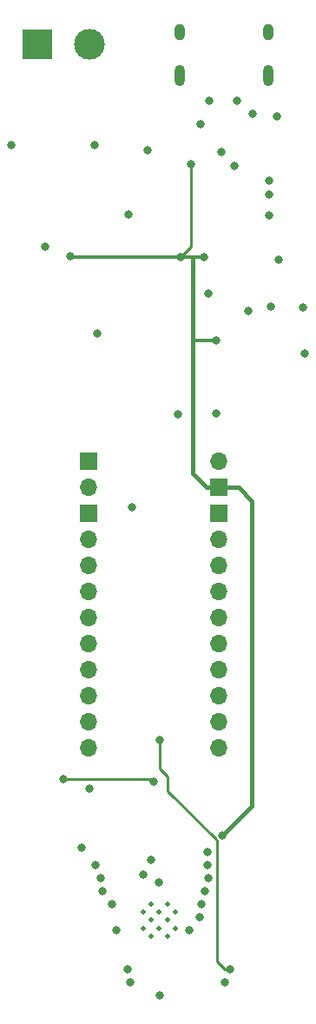
<source format=gbr>
%TF.GenerationSoftware,KiCad,Pcbnew,(6.0.11-0)*%
%TF.CreationDate,2023-11-09T08:58:10+01:00*%
%TF.ProjectId,ZESP32,5a455350-3332-42e6-9b69-6361645f7063,rev?*%
%TF.SameCoordinates,Original*%
%TF.FileFunction,Copper,L2,Inr*%
%TF.FilePolarity,Positive*%
%FSLAX46Y46*%
G04 Gerber Fmt 4.6, Leading zero omitted, Abs format (unit mm)*
G04 Created by KiCad (PCBNEW (6.0.11-0)) date 2023-11-09 08:58:10*
%MOMM*%
%LPD*%
G01*
G04 APERTURE LIST*
%TA.AperFunction,ComponentPad*%
%ADD10R,1.700000X1.700000*%
%TD*%
%TA.AperFunction,ComponentPad*%
%ADD11O,1.700000X1.700000*%
%TD*%
%TA.AperFunction,HeatsinkPad*%
%ADD12C,0.475000*%
%TD*%
%TA.AperFunction,ComponentPad*%
%ADD13O,1.000000X1.600000*%
%TD*%
%TA.AperFunction,ComponentPad*%
%ADD14O,1.000000X2.100000*%
%TD*%
%TA.AperFunction,ComponentPad*%
%ADD15R,3.000000X3.000000*%
%TD*%
%TA.AperFunction,ComponentPad*%
%ADD16C,3.000000*%
%TD*%
%TA.AperFunction,ViaPad*%
%ADD17C,0.800000*%
%TD*%
%TA.AperFunction,Conductor*%
%ADD18C,0.254000*%
%TD*%
%TA.AperFunction,Conductor*%
%ADD19C,0.406400*%
%TD*%
%TA.AperFunction,Conductor*%
%ADD20C,0.355600*%
%TD*%
G04 APERTURE END LIST*
D10*
%TO.N,EXT_5V*%
%TO.C,J8*%
X91440000Y-88900000D03*
D11*
%TO.N,GND*%
X91440000Y-91440000D03*
%TD*%
D10*
%TO.N,D23*%
%TO.C,J3*%
X91440000Y-93980000D03*
D11*
%TO.N,D22*%
X91440000Y-96520000D03*
%TO.N,D21*%
X91440000Y-99060000D03*
%TO.N,D19*%
X91440000Y-101600000D03*
%TO.N,D18*%
X91440000Y-104140000D03*
%TO.N,D5*%
X91440000Y-106680000D03*
%TO.N,D17*%
X91440000Y-109220000D03*
%TO.N,D16*%
X91440000Y-111760000D03*
%TO.N,D4*%
X91440000Y-114300000D03*
%TO.N,D15*%
X91440000Y-116840000D03*
%TD*%
D12*
%TO.N,GND*%
%TO.C,U4*%
X98343000Y-132862500D03*
X99105500Y-135150000D03*
X97580500Y-133625000D03*
X99105500Y-132100000D03*
X97580500Y-135150000D03*
X96818000Y-134387500D03*
X99105500Y-133625000D03*
X97580500Y-132100000D03*
X98343000Y-134387500D03*
X99868000Y-132862500D03*
X99868000Y-134387500D03*
X96818000Y-132862500D03*
%TD*%
D10*
%TO.N,+3V3*%
%TO.C,J7*%
X104140000Y-91440000D03*
D11*
%TO.N,GND*%
X104140000Y-88900000D03*
%TD*%
D13*
%TO.N,GND*%
%TO.C,J2*%
X100328000Y-47083000D03*
D14*
X108968000Y-51263000D03*
X100328000Y-51263000D03*
D13*
X108968000Y-47083000D03*
%TD*%
D15*
%TO.N,GND*%
%TO.C,J1*%
X86482000Y-48239600D03*
D16*
%TO.N,Net-(D1-Pad2)*%
X91562000Y-48239600D03*
%TD*%
D10*
%TO.N,D34*%
%TO.C,J4*%
X104140000Y-93980000D03*
D11*
%TO.N,D35*%
X104140000Y-96520000D03*
%TO.N,D32*%
X104140000Y-99060000D03*
%TO.N,D33*%
X104140000Y-101600000D03*
%TO.N,D25*%
X104140000Y-104140000D03*
%TO.N,D26*%
X104140000Y-106680000D03*
%TO.N,D27*%
X104140000Y-109220000D03*
%TO.N,D14*%
X104140000Y-111760000D03*
%TO.N,D12*%
X104140000Y-114300000D03*
%TO.N,D13*%
X104140000Y-116840000D03*
%TD*%
D17*
%TO.N,GND*%
X98353800Y-140965000D03*
X92019200Y-58094800D03*
X97230100Y-58598900D03*
X112522000Y-78359000D03*
X103124000Y-72517000D03*
X92331600Y-76451400D03*
X102362000Y-56007000D03*
X83942000Y-58094800D03*
X105664000Y-60071000D03*
X98343000Y-129901400D03*
X95651000Y-93325000D03*
X95351600Y-64871600D03*
%TO.N,IO0*%
X107000000Y-74250000D03*
X97790000Y-120142000D03*
X109804200Y-55295800D03*
X89027000Y-119888000D03*
%TO.N,ENA*%
X100203000Y-84328000D03*
X105247500Y-138430000D03*
X103886000Y-84201000D03*
X98384300Y-116078000D03*
%TO.N,EXT_5V*%
X87249000Y-67945000D03*
%TO.N,+3V3*%
X101452000Y-59888800D03*
X89631600Y-68864400D03*
X104775000Y-139700000D03*
X100457000Y-68961000D03*
X104521000Y-125349000D03*
X102743000Y-68961000D03*
X103886000Y-77089000D03*
%TO.N,Net-(J2-PadA7)*%
X103251000Y-53721000D03*
X105892600Y-53721000D03*
%TO.N,D5*%
X92659200Y-129489200D03*
%TO.N,D19*%
X93726000Y-132080000D03*
%TO.N,D18*%
X92760800Y-130810000D03*
%TO.N,D17*%
X92151200Y-128270000D03*
%TO.N,D16*%
X90779600Y-126542800D03*
%TO.N,D15*%
X91567000Y-120777000D03*
%TO.N,D26*%
X103073200Y-128270000D03*
%TO.N,D25*%
X103124000Y-129540000D03*
%TO.N,D23*%
X95504000Y-139649200D03*
%TO.N,D22*%
X95234700Y-138430000D03*
%TO.N,D21*%
X94183200Y-134569200D03*
%TO.N,D34*%
X101249400Y-134615000D03*
%TO.N,D35*%
X102311200Y-133350000D03*
%TO.N,D32*%
X102463600Y-132080000D03*
%TO.N,D33*%
X102768400Y-130810000D03*
%TO.N,D27*%
X103022400Y-127000000D03*
%TO.N,Net-(JP1-Pad1)*%
X109088000Y-61549200D03*
X109951600Y-69220000D03*
%TO.N,RXD0*%
X112390000Y-73893600D03*
X97536000Y-127762000D03*
%TO.N,Net-(JP2-Pad1)*%
X109088000Y-64902000D03*
X109088000Y-62920800D03*
%TO.N,TXD0*%
X109240400Y-73842800D03*
X96774000Y-129159000D03*
%TO.N,D-*%
X107447100Y-55012000D03*
X104363600Y-58720400D03*
%TD*%
D18*
%TO.N,IO0*%
X97536000Y-119888000D02*
X89662000Y-119888000D01*
X97790000Y-120142000D02*
X97536000Y-119888000D01*
X89662000Y-119888000D02*
X89027000Y-119888000D01*
%TO.N,ENA*%
X104775000Y-138430000D02*
X105247500Y-138430000D01*
X103886000Y-125742134D02*
X104013000Y-125869134D01*
X99187000Y-119634000D02*
X99187000Y-121043134D01*
X104013000Y-137668000D02*
X104775000Y-138430000D01*
X98384300Y-118831300D02*
X99187000Y-119634000D01*
X99187000Y-121043134D02*
X103886000Y-125742134D01*
X98384300Y-116078000D02*
X98384300Y-118577300D01*
X104013000Y-125869134D02*
X104013000Y-137668000D01*
X98384300Y-118577300D02*
X98384300Y-118831300D01*
%TO.N,+3V3*%
X101452000Y-67966000D02*
X100457000Y-68961000D01*
D19*
X101600000Y-76962000D02*
X101600000Y-68961000D01*
D20*
X103886000Y-77089000D02*
X101727000Y-77089000D01*
D19*
X104140000Y-91440000D02*
X106070400Y-91440000D01*
D20*
X100457000Y-68961000D02*
X101600000Y-68961000D01*
X89631600Y-68864400D02*
X89728200Y-68961000D01*
D19*
X102997000Y-91440000D02*
X101600000Y-90043000D01*
X107391200Y-122478800D02*
X104521000Y-125349000D01*
X101600000Y-90043000D02*
X101600000Y-76962000D01*
X107391200Y-92760800D02*
X107391200Y-122478800D01*
X104140000Y-91440000D02*
X102997000Y-91440000D01*
D18*
X101452000Y-59888800D02*
X101452000Y-67966000D01*
D20*
X101600000Y-68961000D02*
X102743000Y-68961000D01*
D19*
X106070400Y-91440000D02*
X107391200Y-92760800D01*
D20*
X101727000Y-77089000D02*
X101600000Y-76962000D01*
X89728200Y-68961000D02*
X100457000Y-68961000D01*
%TD*%
M02*

</source>
